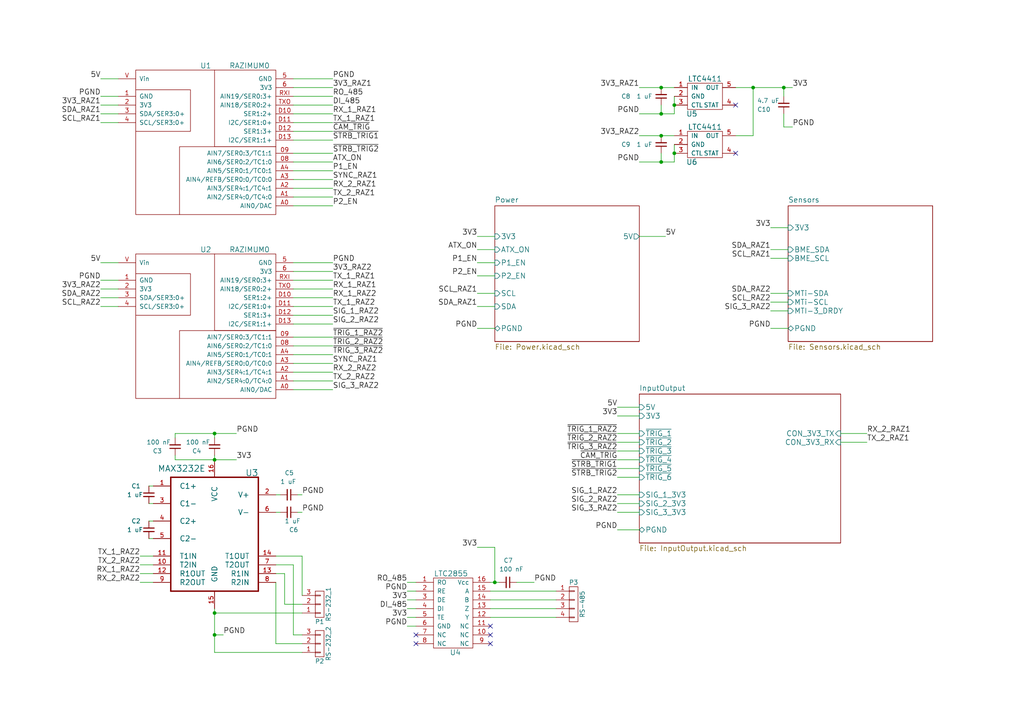
<source format=kicad_sch>
(kicad_sch (version 20230121) (generator eeschema)
  (paper "A4")
  (lib_symbols
    (symbol "SPC-UW-MOD1-rescue:CONN_01X03" (pin_names (offset 1.016) hide)
      (property "Reference" "J" (at 0 5.08 0))
      (property "Value" "CONN_01X03" (at 2.54 0 90))
      (symbol "CONN_01X03_0_1"
        (rectangle (start -1.27 -2.413) (end 0.254 -2.667))
        (rectangle (start -1.27 0.127) (end 0.254 -0.127))
        (rectangle (start -1.27 2.667) (end 0.254 2.413))
        (rectangle (start -1.27 3.81) (end 1.27 -3.81))
      )
      (symbol "CONN_01X03_1_1"
        (pin passive line (at -5.08 2.54 0) (length 3.81) (name "P1") (number "1"))
        (pin passive line (at -5.08 0 0) (length 3.81) (name "P2") (number "2"))
        (pin passive line (at -5.08 -2.54 0) (length 3.81) (name "P3") (number "3"))
      )
    )
    (symbol "SPC-UW-MOD1-rescue:CONN_01X04" (pin_names (offset 1.016) hide)
      (property "Reference" "J" (at 0 6.35 0))
      (property "Value" "CONN_01X04" (at 2.54 0 90))
      (symbol "CONN_01X04_0_1"
        (rectangle (start -1.27 -3.683) (end 0.254 -3.937))
        (rectangle (start -1.27 -1.143) (end 0.254 -1.397))
        (rectangle (start -1.27 1.397) (end 0.254 1.143))
        (rectangle (start -1.27 3.937) (end 0.254 3.683))
        (rectangle (start -1.27 5.08) (end 1.27 -5.08))
      )
      (symbol "CONN_01X04_1_1"
        (pin passive line (at -5.08 3.81 0) (length 3.81) (name "P1") (number "1"))
        (pin passive line (at -5.08 1.27 0) (length 3.81) (name "P2") (number "2"))
        (pin passive line (at -5.08 -1.27 0) (length 3.81) (name "P3") (number "3"))
        (pin passive line (at -5.08 -3.81 0) (length 3.81) (name "P4") (number "4"))
      )
    )
    (symbol "SPC-UW-MOD1-rescue:C_Small" (pin_numbers hide) (pin_names (offset 0.254) hide)
      (property "Reference" "C" (at 0.254 1.778 0))
      (property "Value" "C_Small" (at 0.254 -2.032 0))
      (symbol "C_Small_0_1"
        (polyline (pts (xy -1.524 -0.508) (xy 1.524 -0.508)) (stroke (width 0.3302)))
        (polyline (pts (xy -1.524 0.508) (xy 1.524 0.508)) (stroke (width 0.3048)))
      )
      (symbol "C_Small_1_1"
        (pin passive line (at 0 2.54 270) (length 2.032) (name "~") (number "1"))
        (pin passive line (at 0 -2.54 90) (length 2.032) (name "~") (number "2"))
      )
    )
    (symbol "SPC-UW-MOD1-rescue:LTC2855" (pin_names (offset 1.016))
      (property "Reference" "U" (at 1.27 -11.43 0))
      (property "Value" "LTC2855" (at 0 11.43 0))
      (symbol "LTC2855_0_1"
        (rectangle (start -5.08 10.16) (end 6.35 -10.16))
      )
      (symbol "LTC2855_1_1"
        (pin input line (at -10.16 8.89 0) (length 5.08) (name "RO") (number "1"))
        (pin input line (at 11.43 -6.35 180) (length 5.08) (name "NC") (number "10"))
        (pin input line (at 11.43 -3.81 180) (length 5.08) (name "NC") (number "11"))
        (pin input line (at 11.43 -1.27 180) (length 5.08) (name "Y") (number "12"))
        (pin input line (at 11.43 1.27 180) (length 5.08) (name "Z") (number "13"))
        (pin input line (at 11.43 3.81 180) (length 5.08) (name "B") (number "14"))
        (pin input line (at 11.43 6.35 180) (length 5.08) (name "A") (number "15"))
        (pin input line (at 11.43 8.89 180) (length 5.08) (name "Vcc") (number "16"))
        (pin input line (at -10.16 6.35 0) (length 5.08) (name "RE") (number "2"))
        (pin input line (at -10.16 3.81 0) (length 5.08) (name "DE") (number "3"))
        (pin input line (at -10.16 1.27 0) (length 5.08) (name "DI") (number "4"))
        (pin input line (at -10.16 -1.27 0) (length 5.08) (name "TE") (number "5"))
        (pin input line (at -10.16 -3.81 0) (length 5.08) (name "GND") (number "6"))
        (pin input line (at -10.16 -6.35 0) (length 5.08) (name "NC") (number "7"))
        (pin input line (at -10.16 -8.89 0) (length 5.08) (name "NC") (number "8"))
        (pin input line (at 11.43 -8.89 180) (length 5.08) (name "NC") (number "9"))
      )
    )
    (symbol "SPC-UW-MOD1-rescue:LTC4411" (pin_names (offset 1.016))
      (property "Reference" "U" (at -5.08 10.16 0))
      (property "Value" "LTC4411" (at -1.27 20.32 0))
      (symbol "LTC4411_0_1"
        (rectangle (start -6.35 19.05) (end 3.81 11.43))
      )
      (symbol "LTC4411_1_1"
        (pin input line (at -10.16 17.78 0) (length 3.81) (name "IN") (number "1"))
        (pin input line (at -10.16 15.24 0) (length 3.81) (name "GND") (number "2"))
        (pin input line (at -10.16 12.7 0) (length 3.81) (name "CTL") (number "3"))
        (pin input line (at 7.62 12.7 180) (length 3.81) (name "STAT") (number "4"))
        (pin input line (at 7.62 17.78 180) (length 3.81) (name "OUT") (number "5"))
      )
    )
    (symbol "SPC-UW-MOD1-rescue:MAX3232E" (pin_names (offset 2.54))
      (property "Reference" "U" (at 11.43 16.51 0))
      (property "Value" "MAX3232E" (at -13.97 17.78 0))
      (symbol "MAX3232E_0_0"
        (polyline (pts (xy -10.16 15.24) (xy -10.16 -17.78)) (stroke (width 0.4064)))
        (polyline (pts (xy -10.16 15.24) (xy 15.24 15.24)) (stroke (width 0.4064)))
        (polyline (pts (xy 15.24 -17.78) (xy -10.16 -17.78)) (stroke (width 0.4064)))
        (polyline (pts (xy 15.24 -17.78) (xy 15.24 15.24)) (stroke (width 0.4064)))
        (pin bidirectional line (at -15.24 12.7 0) (length 5.08) (name "C1+") (number "1"))
        (pin input line (at -15.24 -10.16 0) (length 5.08) (name "T2IN") (number "10"))
        (pin input line (at -15.24 -7.62 0) (length 5.08) (name "T1IN") (number "11"))
        (pin output line (at -15.24 -12.7 0) (length 5.08) (name "R1OUT") (number "12"))
        (pin input line (at 20.32 -12.7 180) (length 5.08) (name "R1IN") (number "13"))
        (pin output line (at 20.32 -7.62 180) (length 5.08) (name "T1OUT") (number "14"))
        (pin bidirectional line (at 2.54 -22.86 90) (length 5.08) (name "GND") (number "15"))
        (pin bidirectional line (at 2.54 20.32 270) (length 5.08) (name "VCC") (number "16"))
        (pin bidirectional line (at 20.32 10.16 180) (length 5.08) (name "V+") (number "2"))
        (pin bidirectional line (at -15.24 7.62 0) (length 5.08) (name "C1-") (number "3"))
        (pin bidirectional line (at -15.24 2.54 0) (length 5.08) (name "C2+") (number "4"))
        (pin bidirectional line (at -15.24 -2.54 0) (length 5.08) (name "C2-") (number "5"))
        (pin bidirectional line (at 20.32 5.08 180) (length 5.08) (name "V-") (number "6"))
        (pin output line (at 20.32 -10.16 180) (length 5.08) (name "T2OUT") (number "7"))
        (pin input line (at 20.32 -15.24 180) (length 5.08) (name "R2IN") (number "8"))
        (pin output line (at -15.24 -15.24 0) (length 5.08) (name "R2OUT") (number "9"))
      )
    )
    (symbol "SPC-UW-MOD1-rescue:RAZIMUM0" (pin_names (offset 1.016))
      (property "Reference" "U" (at 0 21.59 0))
      (property "Value" "RAZIMUM0" (at 0 24.13 0))
      (symbol "RAZIMUM0_0_1"
        (rectangle (start -20.32 20.32) (end 20.32 -21.59))
        (polyline (pts (xy 20.32 -1.905) (xy -7.62 -1.905) (xy -7.62 -21.59)))
        (polyline (pts (xy 20.32 -1.905) (xy 2.54 -1.905) (xy 2.54 20.32)))
        (polyline (pts (xy -20.32 14.605) (xy -4.445 14.605) (xy -4.445 2.54) (xy -20.32 2.54)))
      )
      (symbol "RAZIMUM0_1_1"
        (pin bidirectional line (at 25.4 -6.35 180) (length 5.08) (name "AIN6/SER0:2/TC1:0") (number "08"))
        (pin bidirectional line (at 25.4 -3.81 180) (length 5.08) (name "AIN7/SER0:3/TC1:1") (number "09"))
        (pin input line (at -25.4 12.7 0) (length 5.08) (name "GND") (number "1"))
        (pin input line (at -25.4 10.16 0) (length 5.08) (name "3V3") (number "2"))
        (pin bidirectional line (at -25.4 7.62 0) (length 5.08) (name "SDA/SER3:0+") (number "3"))
        (pin bidirectional line (at -25.4 5.08 0) (length 5.08) (name "SCL/SER3:0+") (number "4"))
        (pin input line (at 25.4 17.78 180) (length 5.08) (name "GND") (number "5"))
        (pin input line (at 25.4 15.24 180) (length 5.08) (name "3V3") (number "6"))
        (pin bidirectional line (at 25.4 -19.05 180) (length 5.08) (name "AIN0/DAC") (number "A0"))
        (pin bidirectional line (at 25.4 -16.51 180) (length 5.08) (name "AIN2/SER4:0/TC4:0") (number "A1"))
        (pin bidirectional line (at 25.4 -13.97 180) (length 5.08) (name "AIN3/SER4:1/TC4:1") (number "A2"))
        (pin bidirectional line (at 25.4 -11.43 180) (length 5.08) (name "AIN4/REFB/SER0:0/TC0:0") (number "A3"))
        (pin bidirectional line (at 25.4 -8.89 180) (length 5.08) (name "AIN5/SER0:1/TC0:1") (number "A4"))
        (pin bidirectional line (at 25.4 7.62 180) (length 5.08) (name "SER1:2+") (number "D10"))
        (pin bidirectional line (at 25.4 5.08 180) (length 5.08) (name "I2C/SER1:0+") (number "D11"))
        (pin bidirectional line (at 25.4 2.54 180) (length 5.08) (name "SER1:3+") (number "D12"))
        (pin bidirectional line (at 25.4 0 180) (length 5.08) (name "I2C/SER1:1+") (number "D13"))
        (pin bidirectional line (at 25.4 12.7 180) (length 5.08) (name "AIN19/SER0:3+") (number "RXI"))
        (pin bidirectional line (at 25.4 10.16 180) (length 5.08) (name "AIN18/SER0:2+") (number "TXO"))
        (pin input line (at -25.4 17.78 0) (length 5.08) (name "Vin") (number "V"))
      )
    )
  )
  (junction (at 195.58 44.45))
  (junction (at 191.77 39.37))
  (junction (at 227.33 25.4))
  (junction (at 218.44 25.4))
  (junction (at 62.23 177.8))
  (junction (at 191.77 25.4))
  (junction (at 62.23 133.35))
  (junction (at 191.77 46.99))
  (junction (at 143.51 168.91))
  (junction (at 62.23 184.15))
  (junction (at 62.23 125.73))
  (junction (at 195.58 30.48))
  (junction (at 191.77 33.02))
  (no_connect (at 120.65 184.15))
  (no_connect (at 142.24 181.61))
  (no_connect (at 142.24 186.69))
  (no_connect (at 120.65 186.69))
  (no_connect (at 213.36 44.45))
  (no_connect (at 213.36 30.48))
  (no_connect (at 142.24 184.15))
  (wire (pts (xy 50.8 133.35) (xy 50.8 132.08)))
  (wire (pts (xy 143.51 72.39) (xy 138.43 72.39)))
  (wire (pts (xy 62.23 176.53) (xy 62.23 177.8)))
  (wire (pts (xy 191.77 25.4) (xy 195.58 25.4)))
  (wire (pts (xy 227.33 36.83) (xy 229.87 36.83)))
  (wire (pts (xy 185.42 39.37) (xy 191.77 39.37)))
  (wire (pts (xy 143.51 85.09) (xy 138.43 85.09)))
  (wire (pts (xy 185.42 130.81) (xy 179.07 130.81)))
  (wire (pts (xy 82.55 166.37) (xy 80.01 166.37)))
  (wire (pts (xy 185.42 125.73) (xy 179.07 125.73)))
  (wire (pts (xy 40.64 161.29) (xy 44.45 161.29)))
  (wire (pts (xy 34.29 86.36) (xy 29.21 86.36)))
  (wire (pts (xy 120.65 181.61) (xy 118.11 181.61)))
  (wire (pts (xy 29.21 88.9) (xy 34.29 88.9)))
  (wire (pts (xy 62.23 184.15) (xy 62.23 189.23)))
  (wire (pts (xy 85.09 33.02) (xy 96.52 33.02)))
  (wire (pts (xy 85.09 49.53) (xy 96.52 49.53)))
  (wire (pts (xy 85.09 52.07) (xy 96.52 52.07)))
  (wire (pts (xy 85.09 97.79) (xy 96.52 97.79)))
  (wire (pts (xy 195.58 46.99) (xy 195.58 44.45)))
  (wire (pts (xy 142.24 168.91) (xy 143.51 168.91)))
  (wire (pts (xy 85.09 35.56) (xy 96.52 35.56)))
  (wire (pts (xy 85.09 44.45) (xy 96.52 44.45)))
  (wire (pts (xy 43.18 156.21) (xy 44.45 156.21)))
  (wire (pts (xy 85.09 110.49) (xy 96.52 110.49)))
  (wire (pts (xy 62.23 177.8) (xy 62.23 184.15)))
  (wire (pts (xy 85.09 105.41) (xy 96.52 105.41)))
  (wire (pts (xy 86.36 148.59) (xy 87.63 148.59)))
  (wire (pts (xy 44.45 168.91) (xy 40.64 168.91)))
  (wire (pts (xy 243.84 128.27) (xy 251.46 128.27)))
  (wire (pts (xy 80.01 148.59) (xy 81.28 148.59)))
  (wire (pts (xy 62.23 189.23) (xy 87.63 189.23)))
  (wire (pts (xy 138.43 95.25) (xy 143.51 95.25)))
  (wire (pts (xy 185.42 148.59) (xy 179.07 148.59)))
  (wire (pts (xy 29.21 76.2) (xy 34.29 76.2)))
  (wire (pts (xy 62.23 133.35) (xy 62.23 132.08)))
  (wire (pts (xy 138.43 88.9) (xy 143.51 88.9)))
  (wire (pts (xy 85.09 113.03) (xy 96.52 113.03)))
  (wire (pts (xy 120.65 171.45) (xy 118.11 171.45)))
  (wire (pts (xy 62.23 133.35) (xy 68.58 133.35)))
  (wire (pts (xy 191.77 46.99) (xy 195.58 46.99)))
  (wire (pts (xy 251.46 125.73) (xy 243.84 125.73)))
  (wire (pts (xy 185.42 46.99) (xy 191.77 46.99)))
  (wire (pts (xy 185.42 153.67) (xy 179.07 153.67)))
  (wire (pts (xy 185.42 25.4) (xy 191.77 25.4)))
  (wire (pts (xy 191.77 39.37) (xy 195.58 39.37)))
  (wire (pts (xy 213.36 25.4) (xy 218.44 25.4)))
  (wire (pts (xy 228.6 74.93) (xy 223.52 74.93)))
  (wire (pts (xy 120.65 176.53) (xy 118.11 176.53)))
  (wire (pts (xy 85.09 86.36) (xy 96.52 86.36)))
  (wire (pts (xy 143.51 168.91) (xy 144.78 168.91)))
  (wire (pts (xy 85.09 91.44) (xy 96.52 91.44)))
  (wire (pts (xy 80.01 161.29) (xy 87.63 161.29)))
  (wire (pts (xy 223.52 72.39) (xy 228.6 72.39)))
  (wire (pts (xy 40.64 166.37) (xy 44.45 166.37)))
  (wire (pts (xy 138.43 76.2) (xy 143.51 76.2)))
  (wire (pts (xy 85.09 102.87) (xy 96.52 102.87)))
  (wire (pts (xy 185.42 33.02) (xy 191.77 33.02)))
  (wire (pts (xy 85.09 22.86) (xy 96.52 22.86)))
  (wire (pts (xy 82.55 166.37) (xy 82.55 175.26)))
  (wire (pts (xy 228.6 87.63) (xy 223.52 87.63)))
  (wire (pts (xy 143.51 80.01) (xy 138.43 80.01)))
  (wire (pts (xy 185.42 68.58) (xy 193.04 68.58)))
  (wire (pts (xy 85.09 38.1) (xy 96.52 38.1)))
  (wire (pts (xy 227.33 33.02) (xy 227.33 36.83)))
  (wire (pts (xy 85.09 100.33) (xy 96.52 100.33)))
  (wire (pts (xy 62.23 125.73) (xy 68.58 125.73)))
  (wire (pts (xy 43.18 151.13) (xy 44.45 151.13)))
  (wire (pts (xy 227.33 27.94) (xy 227.33 25.4)))
  (wire (pts (xy 44.45 140.97) (xy 43.18 140.97)))
  (wire (pts (xy 179.07 118.11) (xy 185.42 118.11)))
  (wire (pts (xy 50.8 125.73) (xy 50.8 127)))
  (wire (pts (xy 80.01 163.83) (xy 85.09 163.83)))
  (wire (pts (xy 228.6 95.25) (xy 223.52 95.25)))
  (wire (pts (xy 218.44 25.4) (xy 227.33 25.4)))
  (wire (pts (xy 161.29 173.99) (xy 142.24 173.99)))
  (wire (pts (xy 179.07 146.05) (xy 185.42 146.05)))
  (wire (pts (xy 29.21 83.82) (xy 34.29 83.82)))
  (wire (pts (xy 143.51 158.75) (xy 138.43 158.75)))
  (wire (pts (xy 179.07 143.51) (xy 185.42 143.51)))
  (wire (pts (xy 191.77 33.02) (xy 195.58 33.02)))
  (wire (pts (xy 44.45 163.83) (xy 40.64 163.83)))
  (wire (pts (xy 85.09 30.48) (xy 96.52 30.48)))
  (wire (pts (xy 195.58 30.48) (xy 195.58 27.94)))
  (wire (pts (xy 142.24 176.53) (xy 161.29 176.53)))
  (wire (pts (xy 179.07 138.43) (xy 185.42 138.43)))
  (wire (pts (xy 87.63 177.8) (xy 62.23 177.8)))
  (wire (pts (xy 161.29 179.07) (xy 142.24 179.07)))
  (wire (pts (xy 195.58 33.02) (xy 195.58 30.48)))
  (wire (pts (xy 29.21 27.94) (xy 34.29 27.94)))
  (wire (pts (xy 85.09 184.15) (xy 87.63 184.15)))
  (wire (pts (xy 34.29 22.86) (xy 29.21 22.86)))
  (wire (pts (xy 218.44 39.37) (xy 213.36 39.37)))
  (wire (pts (xy 227.33 25.4) (xy 229.87 25.4)))
  (wire (pts (xy 34.29 81.28) (xy 29.21 81.28)))
  (wire (pts (xy 62.23 184.15) (xy 64.77 184.15)))
  (wire (pts (xy 34.29 30.48) (xy 29.21 30.48)))
  (wire (pts (xy 34.29 35.56) (xy 29.21 35.56)))
  (wire (pts (xy 179.07 128.27) (xy 185.42 128.27)))
  (wire (pts (xy 85.09 59.69) (xy 96.52 59.69)))
  (wire (pts (xy 138.43 68.58) (xy 143.51 68.58)))
  (wire (pts (xy 43.18 146.05) (xy 44.45 146.05)))
  (wire (pts (xy 82.55 175.26) (xy 87.63 175.26)))
  (wire (pts (xy 81.28 143.51) (xy 80.01 143.51)))
  (wire (pts (xy 185.42 135.89) (xy 179.07 135.89)))
  (wire (pts (xy 191.77 44.45) (xy 191.77 46.99)))
  (wire (pts (xy 29.21 33.02) (xy 34.29 33.02)))
  (wire (pts (xy 120.65 179.07) (xy 118.11 179.07)))
  (wire (pts (xy 85.09 25.4) (xy 96.52 25.4)))
  (wire (pts (xy 85.09 93.98) (xy 96.52 93.98)))
  (wire (pts (xy 185.42 120.65) (xy 179.07 120.65)))
  (wire (pts (xy 223.52 90.17) (xy 228.6 90.17)))
  (wire (pts (xy 179.07 133.35) (xy 185.42 133.35)))
  (wire (pts (xy 85.09 40.64) (xy 96.52 40.64)))
  (wire (pts (xy 85.09 27.94) (xy 96.52 27.94)))
  (wire (pts (xy 85.09 54.61) (xy 96.52 54.61)))
  (wire (pts (xy 218.44 25.4) (xy 218.44 39.37)))
  (wire (pts (xy 87.63 161.29) (xy 87.63 172.72)))
  (wire (pts (xy 85.09 88.9) (xy 96.52 88.9)))
  (wire (pts (xy 85.09 83.82) (xy 96.52 83.82)))
  (wire (pts (xy 85.09 107.95) (xy 96.52 107.95)))
  (wire (pts (xy 223.52 85.09) (xy 228.6 85.09)))
  (wire (pts (xy 223.52 66.04) (xy 228.6 66.04)))
  (wire (pts (xy 118.11 168.91) (xy 120.65 168.91)))
  (wire (pts (xy 50.8 125.73) (xy 62.23 125.73)))
  (wire (pts (xy 142.24 171.45) (xy 161.29 171.45)))
  (wire (pts (xy 85.09 163.83) (xy 85.09 184.15)))
  (wire (pts (xy 195.58 44.45) (xy 195.58 41.91)))
  (wire (pts (xy 85.09 78.74) (xy 96.52 78.74)))
  (wire (pts (xy 118.11 173.99) (xy 120.65 173.99)))
  (wire (pts (xy 50.8 133.35) (xy 62.23 133.35)))
  (wire (pts (xy 85.09 76.2) (xy 96.52 76.2)))
  (wire (pts (xy 85.09 81.28) (xy 96.52 81.28)))
  (wire (pts (xy 96.52 57.15) (xy 85.09 57.15)))
  (wire (pts (xy 149.86 168.91) (xy 154.94 168.91)))
  (wire (pts (xy 87.63 143.51) (xy 86.36 143.51)))
  (wire (pts (xy 143.51 158.75) (xy 143.51 168.91)))
  (wire (pts (xy 80.01 168.91) (xy 80.01 186.69)))
  (wire (pts (xy 62.23 127) (xy 62.23 125.73)))
  (wire (pts (xy 80.01 186.69) (xy 87.63 186.69)))
  (wire (pts (xy 85.09 46.99) (xy 96.52 46.99)))
  (wire (pts (xy 191.77 30.48) (xy 191.77 33.02)))
  (label "3V3_RAZ1" (at 185.42 25.4 180) (effects (font (size 1.524 1.524))))
  (label "PGND" (at 154.94 168.91 0) (effects (font (size 1.524 1.524))))
  (label "~{CAM_TRIG}" (at 96.52 38.1 0) (effects (font (size 1.524 1.524))))
  (label "5V" (at 29.21 22.86 180) (effects (font (size 1.524 1.524))))
  (label "PGND" (at 29.21 81.28 180) (effects (font (size 1.524 1.524))))
  (label "RX_2_RAZ2" (at 96.52 107.95 0) (effects (font (size 1.524 1.524))))
  (label "DI_485" (at 118.11 176.53 180) (effects (font (size 1.524 1.524))))
  (label "TX_1_RAZ2" (at 96.52 88.9 0) (effects (font (size 1.524 1.524))))
  (label "SIG_1_RAZ2" (at 179.07 143.51 180) (effects (font (size 1.524 1.524))))
  (label "~{CAM_TRIG}" (at 179.07 133.35 180) (effects (font (size 1.524 1.524))))
  (label "~{TRIG_2_RAZ2}" (at 179.07 128.27 180) (effects (font (size 1.524 1.524))))
  (label "3V3" (at 138.43 158.75 180) (effects (font (size 1.524 1.524))))
  (label "SCL_RAZ1" (at 29.21 35.56 180) (effects (font (size 1.524 1.524))))
  (label "RX_1_RAZ2" (at 96.52 86.36 0) (effects (font (size 1.524 1.524))))
  (label "3V3_RAZ1" (at 29.21 30.48 180) (effects (font (size 1.524 1.524))))
  (label "SIG_3_RAZ2" (at 96.52 113.03 0) (effects (font (size 1.524 1.524))))
  (label "3V3_RAZ1" (at 96.52 25.4 0) (effects (font (size 1.524 1.524))))
  (label "~{TRIG_2_RAZ2}" (at 96.52 100.33 0) (effects (font (size 1.524 1.524))))
  (label "3V3" (at 179.07 120.65 180) (effects (font (size 1.524 1.524))))
  (label "SDA_RAZ2" (at 223.52 85.09 180) (effects (font (size 1.524 1.524))))
  (label "SCL_RAZ2" (at 29.21 88.9 180) (effects (font (size 1.524 1.524))))
  (label "3V3" (at 223.52 66.04 180) (effects (font (size 1.524 1.524))))
  (label "DI_485" (at 96.52 30.48 0) (effects (font (size 1.524 1.524))))
  (label "SDA_RAZ2" (at 29.21 86.36 180) (effects (font (size 1.524 1.524))))
  (label "PGND" (at 223.52 95.25 180) (effects (font (size 1.524 1.524))))
  (label "5V" (at 29.21 76.2 180) (effects (font (size 1.524 1.524))))
  (label "SCL_RAZ1" (at 138.43 85.09 180) (effects (font (size 1.524 1.524))))
  (label "SIG_3_RAZ2" (at 223.52 90.17 180) (effects (font (size 1.524 1.524))))
  (label "SDA_RAZ1" (at 29.21 33.02 180) (effects (font (size 1.524 1.524))))
  (label "RX_1_RAZ1" (at 96.52 83.82 0) (effects (font (size 1.524 1.524))))
  (label "3V3" (at 138.43 68.58 180) (effects (font (size 1.524 1.524))))
  (label "SIG_2_RAZ2" (at 179.07 146.05 180) (effects (font (size 1.524 1.524))))
  (label "3V3" (at 229.87 25.4 0) (effects (font (size 1.524 1.524))))
  (label "TX_1_RAZ1" (at 96.52 35.56 0) (effects (font (size 1.524 1.524))))
  (label "3V3_RAZ2" (at 185.42 39.37 180) (effects (font (size 1.524 1.524))))
  (label "PGND" (at 96.52 76.2 0) (effects (font (size 1.524 1.524))))
  (label "TX_1_RAZ2" (at 40.64 161.29 180) (effects (font (size 1.524 1.524))))
  (label "~{TRIG_1_RAZ2}" (at 179.07 125.73 180) (effects (font (size 1.524 1.524))))
  (label "5V" (at 193.04 68.58 0) (effects (font (size 1.524 1.524))))
  (label "~{STRB_TRIG2}" (at 96.52 44.45 0) (effects (font (size 1.524 1.524))))
  (label "PGND" (at 68.58 125.73 0) (effects (font (size 1.524 1.524))))
  (label "~{STRB_TRIG1}" (at 96.52 40.64 0) (effects (font (size 1.524 1.524))))
  (label "PGND" (at 229.87 36.83 0) (effects (font (size 1.524 1.524))))
  (label "SDA_RAZ1" (at 223.52 72.39 180) (effects (font (size 1.524 1.524))))
  (label "RO_485" (at 118.11 168.91 180) (effects (font (size 1.524 1.524))))
  (label "~{STRB_TRIG1}" (at 179.07 135.89 180) (effects (font (size 1.524 1.524))))
  (label "SIG_3_RAZ2" (at 179.07 148.59 180) (effects (font (size 1.524 1.524))))
  (label "TX_2_RAZ1" (at 251.46 128.27 0) (effects (font (size 1.524 1.524))))
  (label "SYNC_RAZ1" (at 96.52 52.07 0) (effects (font (size 1.524 1.524))))
  (label "SIG_1_RAZ2" (at 96.52 91.44 0) (effects (font (size 1.524 1.524))))
  (label "RO_485" (at 96.52 27.94 0) (effects (font (size 1.524 1.524))))
  (label "PGND" (at 64.77 184.15 0) (effects (font (size 1.524 1.524))))
  (label "3V3" (at 68.58 133.35 0) (effects (font (size 1.524 1.524))))
  (label "~{TRIG_3_RAZ2}" (at 179.07 130.81 180) (effects (font (size 1.524 1.524))))
  (label "PGND" (at 185.42 46.99 180) (effects (font (size 1.524 1.524))))
  (label "TX_1_RAZ1" (at 96.52 81.28 0) (effects (font (size 1.524 1.524))))
  (label "P1_EN" (at 96.52 49.53 0) (effects (font (size 1.524 1.524))))
  (label "ATX_ON" (at 96.52 46.99 0) (effects (font (size 1.524 1.524))))
  (label "TX_2_RAZ2" (at 96.52 110.49 0) (effects (font (size 1.524 1.524))))
  (label "RX_1_RAZ1" (at 96.52 33.02 0) (effects (font (size 1.524 1.524))))
  (label "SCL_RAZ2" (at 223.52 87.63 180) (effects (font (size 1.524 1.524))))
  (label "ATX_ON" (at 138.43 72.39 180) (effects (font (size 1.524 1.524))))
  (label "P2_EN" (at 96.52 59.69 0) (effects (font (size 1.524 1.524))))
  (label "SDA_RAZ1" (at 138.43 88.9 180) (effects (font (size 1.524 1.524))))
  (label "PGND" (at 96.52 22.86 0) (effects (font (size 1.524 1.524))))
  (label "P1_EN" (at 138.43 76.2 180) (effects (font (size 1.524 1.524))))
  (label "PGND" (at 118.11 171.45 180) (effects (font (size 1.524 1.524))))
  (label "3V3_RAZ2" (at 96.52 78.74 0) (effects (font (size 1.524 1.524))))
  (label "RX_1_RAZ2" (at 40.64 166.37 180) (effects (font (size 1.524 1.524))))
  (label "PGND" (at 118.11 181.61 180) (effects (font (size 1.524 1.524))))
  (label "RX_2_RAZ2" (at 40.64 168.91 180) (effects (font (size 1.524 1.524))))
  (label "~{TRIG_1_RAZ2}" (at 96.52 97.79 0) (effects (font (size 1.524 1.524))))
  (label "5V" (at 179.07 118.11 180) (effects (font (size 1.524 1.524))))
  (label "SCL_RAZ1" (at 223.52 74.93 180) (effects (font (size 1.524 1.524))))
  (label "3V3" (at 118.11 173.99 180) (effects (font (size 1.524 1.524))))
  (label "TX_2_RAZ1" (at 96.52 57.15 0) (effects (font (size 1.524 1.524))))
  (label "PGND" (at 185.42 33.02 180) (effects (font (size 1.524 1.524))))
  (label "P2_EN" (at 138.43 80.01 180) (effects (font (size 1.524 1.524))))
  (label "3V3" (at 118.11 179.07 180) (effects (font (size 1.524 1.524))))
  (label "3V3_RAZ2" (at 29.21 83.82 180) (effects (font (size 1.524 1.524))))
  (label "PGND" (at 179.07 153.67 180) (effects (font (size 1.524 1.524))))
  (label "PGND" (at 87.63 143.51 0) (effects (font (size 1.524 1.524))))
  (label "SIG_2_RAZ2" (at 96.52 93.98 0) (effects (font (size 1.524 1.524))))
  (label "~{TRIG_3_RAZ2}" (at 96.52 102.87 0) (effects (font (size 1.524 1.524))))
  (label "PGND" (at 29.21 27.94 180) (effects (font (size 1.524 1.524))))
  (label "PGND" (at 87.63 148.59 0) (effects (font (size 1.524 1.524))))
  (label "RX_2_RAZ1" (at 96.52 54.61 0) (effects (font (size 1.524 1.524))))
  (label "PGND" (at 138.43 95.25 180) (effects (font (size 1.524 1.524))))
  (label "TX_2_RAZ2" (at 40.64 163.83 180) (effects (font (size 1.524 1.524))))
  (label "~{STRB_TRIG2}" (at 179.07 138.43 180) (effects (font (size 1.524 1.524))))
  (label "SYNC_RAZ1" (at 96.52 105.41 0) (effects (font (size 1.524 1.524))))
  (label "RX_2_RAZ1" (at 251.46 125.73 0) (effects (font (size 1.524 1.524))))
  (symbol (lib_id "SPC-UW-MOD1-rescue:RAZIMUM0") (at 59.69 93.98 0) (unit 1)
    (property "Reference" "U2" (at 59.69 72.39 0) (effects (font (size 1.524 1.524))))
    (property "Value" "RAZIMUM0" (at 72.39 72.39 0) (effects (font (size 1.524 1.524))))
    (property "Footprint" "SPIC_modules:RAZIMUM0" (effects hide))
  )
  (symbol (lib_id "SPC-UW-MOD1-rescue:C_Small") (at 43.18 143.51 0) (unit 1)
    (property "Reference" "C1" (at 38.1 140.97 0) (effects (justify left)))
    (property "Value" "1 uF" (at 36.83 143.51 0) (effects (justify left)))
    (property "Footprint" "Capacitors_SMD:C_0805" (effects hide))
    (property "Datasheet" "http://www.digikey.com/product-detail/en/UMK212B7105KG-T/587-2910-1-ND/2649030" (effects hide))
    (property "Part Number" "UMK212B7105KG-T" (effects hide))
  )
  (symbol (lib_id "SPC-UW-MOD1-rescue:C_Small") (at 43.18 153.67 0) (unit 1)
    (property "Reference" "C2" (at 38.1 151.13 0) (effects (justify left)))
    (property "Value" "1 uF" (at 36.83 153.67 0) (effects (justify left)))
    (property "Footprint" "Capacitors_SMD:C_0805" (effects hide))
    (property "Datasheet" "http://www.digikey.com/product-detail/en/UMK212B7105KG-T/587-2910-1-ND/2649030" (effects hide))
    (property "Part Number" "UMK212B7105KG-T" (effects hide))
  )
  (symbol (lib_id "SPC-UW-MOD1-rescue:C_Small") (at 83.82 143.51 270) (unit 1)
    (property "Reference" "C5" (at 82.55 137.16 90) (effects (justify left)))
    (property "Value" "1 uF" (at 81.28 139.7 90) (effects (justify left)))
    (property "Footprint" "Capacitors_SMD:C_0805" (effects hide))
    (property "Datasheet" "http://www.digikey.com/product-detail/en/UMK212B7105KG-T/587-2910-1-ND/2649030" (effects hide))
    (property "Part Number" "UMK212B7105KG-T" (effects hide))
  )
  (symbol (lib_id "SPC-UW-MOD1-rescue:C_Small") (at 83.82 148.59 270) (unit 1)
    (property "Reference" "C6" (at 83.82 153.67 90) (effects (justify left)))
    (property "Value" "1 uF" (at 82.55 151.13 90) (effects (justify left)))
    (property "Footprint" "Capacitors_SMD:C_0805" (effects hide))
    (property "Datasheet" "http://www.digikey.com/product-detail/en/UMK212B7105KG-T/587-2910-1-ND/2649030" (effects hide))
    (property "Part Number" "UMK212B7105KG-T" (effects hide))
  )
  (symbol (lib_id "SPC-UW-MOD1-rescue:CONN_01X03") (at 92.71 175.26 0) (mirror x) (unit 1)
    (property "Reference" "P1" (at 92.71 180.34 0))
    (property "Value" "RS-232_1" (at 95.25 175.26 90))
    (property "Footprint" "Connectors_Molex:Molex_NanoFit_2x02x2.50mm_Angled" (effects hide))
  )
  (symbol (lib_id "SPC-UW-MOD1-rescue:LTC2855") (at 130.81 177.8 0) (unit 1)
    (property "Reference" "U4" (at 132.08 189.23 0) (effects (font (size 1.524 1.524))))
    (property "Value" "LTC2855" (at 130.81 166.37 0) (effects (font (size 1.524 1.524))))
    (property "Footprint" "Housings_SSOP:SSOP-16_3.9x4.9mm_Pitch0.635mm" (effects hide))
    (property "Datasheet" "https://www.digikey.com/product-detail/en/linear-technology/LTC2855IGN-PBF/LTC2855IGN-PBF-ND/1745924" (effects hide))
    (property "Part Number" "LTC2855IGN#PBF" (effects hide))
  )
  (symbol (lib_id "SPC-UW-MOD1-rescue:C_Small") (at 147.32 168.91 270) (unit 1)
    (property "Reference" "C7" (at 146.05 162.56 90) (effects (justify left)))
    (property "Value" "100 nF" (at 144.78 165.1 90) (effects (justify left)))
    (property "Footprint" "Capacitors_SMD:C_0603" (effects hide))
    (property "Datasheet" "http://www.digikey.com/product-detail/en/murata-electronics-north-america/GRM188R71H104KA93D/490-1519-1-ND/587854" (effects hide))
    (property "Part Number" "GRM188R71H104KA93D" (effects hide))
  )
  (symbol (lib_id "SPC-UW-MOD1-rescue:CONN_01X04") (at 166.37 175.26 0) (unit 1)
    (property "Reference" "P3" (at 166.37 168.91 0))
    (property "Value" "RS-485" (at 168.91 175.26 90))
    (property "Footprint" "Connectors_Molex:Molex_NanoFit_2x02x2.50mm_Angled" (effects hide))
  )
  (symbol (lib_id "SPC-UW-MOD1-rescue:CONN_01X03") (at 92.71 186.69 0) (mirror x) (unit 1)
    (property "Reference" "P2" (at 92.71 191.77 0))
    (property "Value" "RS-232_2" (at 95.25 186.69 90))
    (property "Footprint" "Connectors_Molex:Molex_NanoFit_2x02x2.50mm_Angled" (effects hide))
  )
  (symbol (lib_id "SPC-UW-MOD1-rescue:MAX3232E") (at 59.69 153.67 0) (unit 1)
    (property "Reference" "U3" (at 71.12 137.16 0) (effects (font (size 1.778 1.778)) (justify left)))
    (property "Value" "MAX3232E" (at 45.72 135.89 0) (effects (font (size 1.778 1.778)) (justify left)))
    (property "Footprint" "Housings_SSOP:TSSOP-16_4.4x5mm_Pitch0.65mm" (effects hide))
    (property "Datasheet" "https://www.digikey.com/product-detail/en/maxim-integrated/MAX3232ECUE-T/MAX3232ECUE-TCT-ND/4967917" (effects hide))
    (property "Part Number" "MAX3232ECUE+T" (effects hide))
  )
  (symbol (lib_id "SPC-UW-MOD1-rescue:C_Small") (at 50.8 129.54 180) (unit 1)
    (property "Reference" "C3" (at 46.99 130.81 0) (effects (justify left)))
    (property "Value" "100 nF" (at 49.53 128.27 0) (effects (justify left)))
    (property "Footprint" "Capacitors_SMD:C_0603" (effects hide))
    (property "Datasheet" "http://www.digikey.com/product-detail/en/murata-electronics-north-america/GRM188R71H104KA93D/490-1519-1-ND/587854" (effects hide))
    (property "Part Number" "GRM188R71H104KA93D" (effects hide))
  )
  (symbol (lib_id "SPC-UW-MOD1-rescue:C_Small") (at 62.23 129.54 180) (unit 1)
    (property "Reference" "C4" (at 58.42 130.81 0) (effects (justify left)))
    (property "Value" "100 nF" (at 60.96 128.27 0) (effects (justify left)))
    (property "Footprint" "Capacitors_SMD:C_0603" (effects hide))
    (property "Datasheet" "http://www.digikey.com/product-detail/en/murata-electronics-north-america/GRM188R71H104KA93D/490-1519-1-ND/587854" (effects hide))
    (property "Part Number" "GRM188R71H104KA93D" (effects hide))
  )
  (symbol (lib_id "SPC-UW-MOD1-rescue:RAZIMUM0") (at 59.69 40.64 0) (unit 1)
    (property "Reference" "U1" (at 59.69 19.05 0) (effects (font (size 1.524 1.524))))
    (property "Value" "RAZIMUM0" (at 72.39 19.05 0) (effects (font (size 1.524 1.524))))
    (property "Footprint" "SPIC_modules:RAZIMUM0" (effects hide))
  )
  (symbol (lib_id "SPC-UW-MOD1-rescue:LTC4411") (at 205.74 43.18 0) (unit 1)
    (property "Reference" "U5" (at 200.66 33.02 0) (effects (font (size 1.524 1.524))))
    (property "Value" "LTC4411" (at 204.47 22.86 0) (effects (font (size 1.524 1.524))))
    (property "Footprint" "TO_SOT_Packages_SMD:TSOT-23-5" (effects hide))
  )
  (symbol (lib_id "SPC-UW-MOD1-rescue:LTC4411") (at 205.74 57.15 0) (unit 1)
    (property "Reference" "U6" (at 200.66 46.99 0) (effects (font (size 1.524 1.524))))
    (property "Value" "LTC4411" (at 204.47 36.83 0) (effects (font (size 1.524 1.524))))
    (property "Footprint" "TO_SOT_Packages_SMD:TSOT-23-5" (effects hide))
  )
  (symbol (lib_id "SPC-UW-MOD1-rescue:C_Small") (at 191.77 27.94 180) (unit 1)
    (property "Reference" "C8" (at 182.88 27.94 0) (effects (justify left)))
    (property "Value" "1 uF" (at 189.23 27.94 0) (effects (justify left)))
    (property "Footprint" "Capacitors_SMD:C_0603" (effects hide))
    (property "Datasheet" "https://www.digikey.com/product-detail/en/tdk-corporation/C1608X7R1A105K080AC/445-5138-1-ND/2093753" (effects hide))
    (property "Part Number" "C1608X7R1A105K080AC" (effects hide))
  )
  (symbol (lib_id "SPC-UW-MOD1-rescue:C_Small") (at 227.33 30.48 180) (unit 1)
    (property "Reference" "C10" (at 223.52 31.75 0) (effects (justify left)))
    (property "Value" "4.7 uF" (at 226.06 29.21 0) (effects (justify left)))
    (property "Footprint" "Capacitors_SMD:C_0805" (effects hide))
    (property "Datasheet" "https://www.digikey.com/product-detail/en/murata-electronics-north-america/GRM21BR71A475KA73K/490-6479-1-ND/3845676" (effects hide))
    (property "Part Number" "GRM21BR71A475KA73K" (effects hide))
  )
  (symbol (lib_id "SPC-UW-MOD1-rescue:C_Small") (at 191.77 41.91 180) (unit 1)
    (property "Reference" "C9" (at 182.88 41.91 0) (effects (justify left)))
    (property "Value" "1 uF" (at 189.23 41.91 0) (effects (justify left)))
    (property "Footprint" "Capacitors_SMD:C_0603" (effects hide))
    (property "Datasheet" "https://www.digikey.com/product-detail/en/tdk-corporation/C1608X7R1A105K080AC/445-5138-1-ND/2093753" (effects hide))
    (property "Part Number" "C1608X7R1A105K080AC" (effects hide))
  )
  (sheet (at 143.51 59.69) (size 41.91 39.37)
    (property "Sheetname" "Power" (at 143.51 58.8514 0) (effects (font (size 1.524 1.524)) (justify left bottom)))
    (property "Sheetfile" "Power.kicad_sch" (at 143.51 99.7462 0) (effects (font (size 1.524 1.524)) (justify left top)))
    (pin "PGND" bidirectional (at 143.51 95.25 180) (effects (font (size 1.524 1.524))))
    (pin "ATX_ON" input (at 143.51 72.39 180) (effects (font (size 1.524 1.524))))
    (pin "3V3" input (at 143.51 68.58 180) (effects (font (size 1.524 1.524))))
    (pin "P1_EN" input (at 143.51 76.2 180) (effects (font (size 1.524 1.524))))
    (pin "P2_EN" input (at 143.51 80.01 180) (effects (font (size 1.524 1.524))))
    (pin "SCL" input (at 143.51 85.09 180) (effects (font (size 1.524 1.524))))
    (pin "SDA" input (at 143.51 88.9 180) (effects (font (size 1.524 1.524))))
    (pin "5V" output (at 185.42 68.58 0) (effects (font (size 1.524 1.524))))
  )
  (sheet (at 228.6 59.69) (size 41.91 39.37)
    (property "Sheetname" "Sensors" (at 228.6 58.8514 0) (effects (font (size 1.524 1.524)) (justify left bottom)))
    (property "Sheetfile" "Sensors.kicad_sch" (at 228.6 99.7462 0) (effects (font (size 1.524 1.524)) (justify left top)))
    (pin "PGND" bidirectional (at 228.6 95.25 180) (effects (font (size 1.524 1.524))))
    (pin "BME_SDA" input (at 228.6 72.39 180) (effects (font (size 1.524 1.524))))
    (pin "BME_SCL" input (at 228.6 74.93 180) (effects (font (size 1.524 1.524))))
    (pin "3V3" input (at 228.6 66.04 180) (effects (font (size 1.524 1.524))))
    (pin "MTI-3_DRDY" input (at 228.6 90.17 180) (effects (font (size 1.524 1.524))))
    (pin "MTi-SCL" input (at 228.6 87.63 180) (effects (font (size 1.524 1.524))))
    (pin "MTi-SDA" input (at 228.6 85.09 180) (effects (font (size 1.524 1.524))))
  )
  (sheet (at 185.42 114.3) (size 58.42 43.18)
    (property "Sheetname" "InputOutput" (at 185.42 113.4614 0) (effects (font (size 1.524 1.524)) (justify left bottom)))
    (property "Sheetfile" "InputOutput.kicad_sch" (at 185.42 158.1662 0) (effects (font (size 1.524 1.524)) (justify left top)))
    (pin "5V" input (at 185.42 118.11 180) (effects (font (size 1.524 1.524))))
    (pin "~{TRIG_1}" input (at 185.42 125.73 180) (effects (font (size 1.524 1.524))))
    (pin "~{TRIG_2}" input (at 185.42 128.27 180) (effects (font (size 1.524 1.524))))
    (pin "~{TRIG_3}" input (at 185.42 130.81 180) (effects (font (size 1.524 1.524))))
    (pin "~{TRIG_4}" input (at 185.42 133.35 180) (effects (font (size 1.524 1.524))))
    (pin "3V3" input (at 185.42 120.65 180) (effects (font (size 1.524 1.524))))
    (pin "CON_3V3_TX" input (at 243.84 125.73 0) (effects (font (size 1.524 1.524))))
    (pin "CON_3V3_RX" input (at 243.84 128.27 0) (effects (font (size 1.524 1.524))))
    (pin "SIG_1_3V3" input (at 185.42 143.51 180) (effects (font (size 1.524 1.524))))
    (pin "SIG_2_3V3" input (at 185.42 146.05 180) (effects (font (size 1.524 1.524))))
    (pin "PGND" bidirectional (at 185.42 153.67 180) (effects (font (size 1.524 1.524))))
    (pin "~{TRIG_5}" input (at 185.42 135.89 180) (effects (font (size 1.524 1.524))))
    (pin "~{TRIG_6}" input (at 185.42 138.43 180) (effects (font (size 1.524 1.524))))
    (pin "SIG_3_3V3" input (at 185.42 148.59 180) (effects (font (size 1.524 1.524))))
  )
)
</source>
